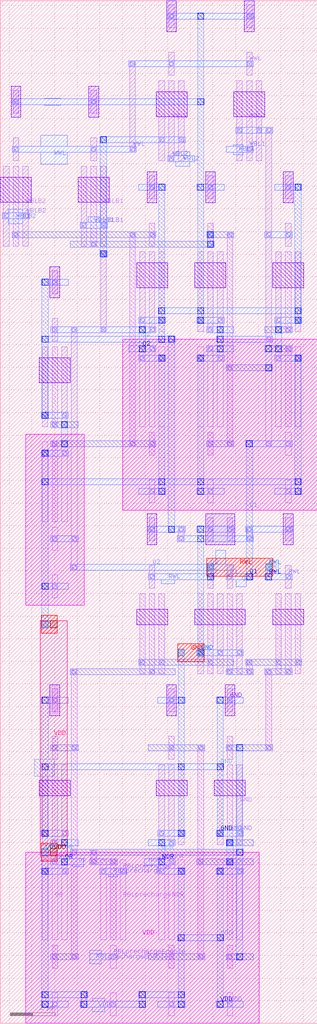
<source format=lef>
VERSION 5.7 ;

  DIVIDERCHAR "/" ;
  BUSBITCHARS "[]" ;
MACRO SRAMLOGIC
  CLASS BLOCK ;
  FOREIGN SRAMLOGIC ;
  ORIGIN -0.605 0.000 ;
  SIZE 14.015 BY 45.210 ;
  PIN WWL
    ANTENNAGATEAREA 1.008000 ;
    PORT
      LAYER li1 ;
        RECT 1.165 38.135 1.415 39.145 ;
        RECT 4.605 38.135 4.855 39.145 ;
        RECT 6.325 38.555 6.575 42.505 ;
        RECT 8.045 41.915 8.295 42.925 ;
        RECT 11.485 41.915 11.735 42.925 ;
      LAYER mcon ;
        RECT 6.365 42.335 6.535 42.505 ;
        RECT 1.205 38.555 1.375 38.725 ;
        RECT 4.645 38.555 4.815 38.725 ;
        RECT 8.085 42.335 8.255 42.505 ;
        RECT 11.525 42.335 11.695 42.505 ;
        RECT 6.365 38.555 6.535 38.725 ;
      LAYER met1 ;
        RECT 6.280 42.280 11.780 42.560 ;
        RECT 2.380 38.780 3.550 39.270 ;
        RECT 1.120 38.500 6.620 38.780 ;
        RECT 2.380 37.980 3.550 38.500 ;
    END
  END WWL
  PIN VDD
    ANTENNADIFFAREA 3.749200 ;
    PORT
      LAYER nwell ;
        RECT 1.720 18.480 4.300 26.040 ;
        RECT 6.020 22.680 14.620 30.240 ;
        RECT 11.000 22.670 12.420 22.680 ;
        RECT 1.720 0.000 12.040 7.560 ;
      LAYER li1 ;
        RECT 6.755 26.375 7.005 29.905 ;
        RECT 7.615 26.375 7.865 29.905 ;
        RECT 9.335 26.375 9.585 29.905 ;
        RECT 10.195 26.375 10.445 29.905 ;
        RECT 12.775 26.375 13.025 29.905 ;
        RECT 13.635 26.375 13.885 29.905 ;
        RECT 2.455 22.175 2.705 25.705 ;
        RECT 3.315 22.175 3.565 25.705 ;
        RECT 7.185 23.015 7.435 24.025 ;
        RECT 9.765 23.015 10.015 24.025 ;
        RECT 13.205 23.015 13.455 24.025 ;
        RECT 2.885 18.815 3.135 19.825 ;
        RECT 2.455 3.695 2.705 7.225 ;
        RECT 3.315 3.695 3.565 7.225 ;
        RECT 7.615 3.695 7.865 7.225 ;
        RECT 8.475 3.695 8.725 7.225 ;
        RECT 10.195 3.695 10.445 7.225 ;
        RECT 11.055 3.695 11.305 7.225 ;
        RECT 2.885 0.335 3.135 1.345 ;
        RECT 5.465 0.335 5.715 1.345 ;
        RECT 8.045 0.335 8.295 1.345 ;
        RECT 10.625 0.335 10.875 1.345 ;
      LAYER mcon ;
        RECT 6.795 29.315 6.965 29.485 ;
        RECT 7.655 29.315 7.825 29.485 ;
        RECT 9.375 29.315 9.545 29.485 ;
        RECT 10.235 29.315 10.405 29.485 ;
        RECT 12.815 29.315 12.985 29.485 ;
        RECT 13.675 29.315 13.845 29.485 ;
        RECT 2.495 25.115 2.665 25.285 ;
        RECT 3.355 25.115 3.525 25.285 ;
        RECT 7.225 23.435 7.395 23.605 ;
        RECT 9.805 23.435 9.975 23.605 ;
        RECT 13.245 23.435 13.415 23.605 ;
        RECT 2.925 19.235 3.095 19.405 ;
        RECT 2.495 6.635 2.665 6.805 ;
        RECT 3.355 6.635 3.525 6.805 ;
        RECT 7.655 6.635 7.825 6.805 ;
        RECT 8.515 6.635 8.685 6.805 ;
        RECT 10.235 6.635 10.405 6.805 ;
        RECT 11.095 6.635 11.265 6.805 ;
        RECT 2.925 0.755 3.095 0.925 ;
        RECT 5.505 0.755 5.675 0.925 ;
        RECT 8.085 0.755 8.255 0.925 ;
        RECT 10.665 0.755 10.835 0.925 ;
      LAYER met1 ;
        RECT 6.710 29.260 7.910 29.540 ;
        RECT 9.290 29.260 10.490 29.540 ;
        RECT 12.730 29.260 13.930 29.540 ;
        RECT 2.410 25.060 3.610 25.340 ;
        RECT 2.420 23.800 13.920 24.080 ;
        RECT 6.710 23.380 7.910 23.660 ;
        RECT 9.290 23.380 10.490 23.660 ;
        RECT 12.730 23.380 13.930 23.660 ;
        RECT 2.410 19.180 3.610 19.460 ;
        RECT 2.410 6.580 3.610 6.860 ;
        RECT 7.570 6.580 8.770 6.860 ;
        RECT 10.150 6.580 11.350 6.860 ;
        RECT 8.440 3.640 10.480 3.920 ;
        RECT 2.420 1.120 4.460 1.400 ;
        RECT 6.720 1.120 8.760 1.400 ;
        RECT 4.660 0.980 5.210 1.110 ;
        RECT 2.410 0.700 3.610 0.980 ;
        RECT 4.140 0.700 7.040 0.980 ;
        RECT 7.570 0.700 8.770 0.980 ;
        RECT 10.150 0.700 11.350 0.980 ;
        RECT 4.660 0.510 5.210 0.700 ;
      LAYER via ;
        RECT 7.610 29.270 7.870 29.530 ;
        RECT 9.330 29.270 9.590 29.530 ;
        RECT 13.630 29.270 13.890 29.530 ;
        RECT 2.450 25.070 2.710 25.330 ;
        RECT 2.450 23.810 2.710 24.070 ;
        RECT 7.610 23.810 7.870 24.070 ;
        RECT 9.330 23.810 9.590 24.070 ;
        RECT 13.630 23.810 13.890 24.070 ;
        RECT 7.610 23.390 7.870 23.650 ;
        RECT 9.330 23.390 9.590 23.650 ;
        RECT 13.630 23.390 13.890 23.650 ;
        RECT 2.450 19.190 2.710 19.450 ;
        RECT 2.450 6.590 2.710 6.850 ;
        RECT 8.470 6.590 8.730 6.850 ;
        RECT 10.190 6.590 10.450 6.850 ;
        RECT 8.470 3.650 8.730 3.910 ;
        RECT 10.190 3.650 10.450 3.910 ;
        RECT 2.450 1.130 2.710 1.390 ;
        RECT 4.170 1.130 4.430 1.390 ;
        RECT 6.750 1.130 7.010 1.390 ;
        RECT 8.470 1.130 8.730 1.390 ;
        RECT 2.450 0.710 2.710 0.970 ;
        RECT 4.170 0.710 4.430 0.970 ;
        RECT 6.750 0.710 7.010 0.970 ;
        RECT 8.470 0.710 8.730 0.970 ;
        RECT 10.190 0.710 10.450 0.970 ;
      LAYER met2 ;
        RECT 2.440 17.455 2.720 25.360 ;
        RECT 7.600 23.360 7.880 29.560 ;
        RECT 9.320 23.360 9.600 29.560 ;
        RECT 13.620 23.360 13.900 29.560 ;
        RECT 2.440 0.680 2.720 7.745 ;
        RECT 4.160 0.680 4.440 1.420 ;
        RECT 6.740 0.680 7.020 1.420 ;
        RECT 8.460 0.680 8.740 6.880 ;
        RECT 10.180 0.680 10.460 6.880 ;
      LAYER via2 ;
        RECT 2.440 17.500 2.720 17.780 ;
        RECT 2.440 7.420 2.720 7.700 ;
      LAYER met3 ;
        RECT 2.415 17.240 3.125 18.040 ;
        RECT 2.415 7.160 3.125 7.960 ;
      LAYER via3 ;
        RECT 2.800 17.480 3.120 17.800 ;
        RECT 2.800 7.400 3.120 7.720 ;
      LAYER met4 ;
        RECT 2.370 7.395 3.550 17.805 ;
    END
  END VDD
  PIN WBLB1
    ANTENNADIFFAREA 0.445200 ;
    PORT
      LAYER li1 ;
        RECT 4.175 34.355 4.425 37.885 ;
        RECT 5.035 34.355 5.285 37.885 ;
      LAYER mcon ;
        RECT 4.215 35.195 4.385 35.365 ;
        RECT 5.075 35.195 5.245 35.365 ;
      LAYER met1 ;
        RECT 4.490 35.420 5.040 35.650 ;
        RECT 4.130 35.140 5.330 35.420 ;
    END
  END WBLB1
  PIN WBL2
    ANTENNADIFFAREA 0.235200 ;
    PORT
      LAYER li1 ;
        RECT 8.045 38.135 8.295 41.665 ;
      LAYER mcon ;
        RECT 8.085 38.135 8.255 38.305 ;
      LAYER met1 ;
        RECT 8.350 38.360 8.970 38.520 ;
        RECT 8.000 38.080 9.200 38.360 ;
        RECT 8.350 37.900 8.970 38.080 ;
    END
  END WBL2
  PIN WBL1
    ANTENNADIFFAREA 0.235200 ;
    PORT
      LAYER li1 ;
        RECT 11.485 38.135 11.735 41.665 ;
      LAYER mcon ;
        RECT 11.525 38.555 11.695 38.725 ;
      LAYER met1 ;
        RECT 10.890 38.780 11.340 38.850 ;
        RECT 10.580 38.500 11.780 38.780 ;
        RECT 10.890 38.390 11.340 38.500 ;
    END
  END WBL1
  PIN WBLB2
    ANTENNADIFFAREA 0.445200 ;
    PORT
      LAYER li1 ;
        RECT 0.735 34.355 0.985 37.885 ;
        RECT 1.595 34.355 1.845 37.885 ;
      LAYER mcon ;
        RECT 0.775 35.615 0.945 35.785 ;
        RECT 1.635 35.615 1.805 35.785 ;
      LAYER met1 ;
        RECT 0.950 35.840 1.600 35.990 ;
        RECT 0.690 35.560 1.890 35.840 ;
        RECT 0.950 35.340 1.600 35.560 ;
    END
  END WBLB2
  PIN GND
    ANTENNADIFFAREA 5.644800 ;
    PORT
      LAYER pwell ;
        RECT 7.955 43.830 8.385 45.210 ;
        RECT 11.395 43.830 11.825 45.210 ;
        RECT 1.075 40.050 1.505 41.430 ;
        RECT 4.515 40.050 4.945 41.430 ;
        RECT 7.095 36.270 7.525 37.650 ;
        RECT 9.675 36.270 10.105 37.650 ;
        RECT 13.115 36.270 13.545 37.650 ;
        RECT 2.795 32.070 3.225 33.450 ;
        RECT 7.095 21.150 7.525 22.530 ;
        RECT 9.675 21.150 10.965 22.530 ;
        RECT 13.115 21.150 13.545 22.530 ;
        RECT 2.795 13.590 3.225 14.970 ;
        RECT 7.955 13.590 8.385 14.970 ;
        RECT 10.535 13.590 10.965 14.970 ;
      LAYER li1 ;
        RECT 8.045 44.015 8.295 45.025 ;
        RECT 11.485 44.015 11.735 45.025 ;
        RECT 1.165 40.235 1.415 41.245 ;
        RECT 4.605 40.235 4.855 41.245 ;
        RECT 7.185 36.455 7.435 37.465 ;
        RECT 9.765 36.455 10.015 37.465 ;
        RECT 13.205 36.455 13.455 37.465 ;
        RECT 2.885 32.255 3.135 33.265 ;
        RECT 6.755 30.575 7.005 34.105 ;
        RECT 7.615 30.575 7.865 34.105 ;
        RECT 9.335 30.575 9.585 34.105 ;
        RECT 10.195 30.575 10.445 34.105 ;
        RECT 12.775 30.575 13.025 34.105 ;
        RECT 13.635 30.575 13.885 34.105 ;
        RECT 2.455 26.375 2.705 29.905 ;
        RECT 3.315 26.375 3.565 29.905 ;
        RECT 7.185 21.335 7.435 22.345 ;
        RECT 8.475 21.335 8.725 21.925 ;
        RECT 9.765 21.335 10.015 22.345 ;
        RECT 10.625 21.335 10.875 22.345 ;
        RECT 11.485 21.335 11.735 21.925 ;
        RECT 13.205 21.335 13.455 22.345 ;
        RECT 9.335 15.455 9.585 18.985 ;
        RECT 10.195 15.455 10.445 18.985 ;
        RECT 11.055 15.455 11.305 18.985 ;
        RECT 2.885 13.775 3.135 14.785 ;
        RECT 8.045 13.775 8.295 14.785 ;
        RECT 10.625 13.775 10.875 14.785 ;
        RECT 2.455 7.895 2.705 11.425 ;
        RECT 3.315 7.895 3.565 11.425 ;
        RECT 7.615 7.895 7.865 11.425 ;
        RECT 8.475 7.895 8.725 11.425 ;
        RECT 10.195 7.895 10.445 11.425 ;
        RECT 11.055 7.895 11.305 11.425 ;
      LAYER mcon ;
        RECT 8.085 44.435 8.255 44.605 ;
        RECT 11.525 44.435 11.695 44.605 ;
        RECT 1.205 40.655 1.375 40.825 ;
        RECT 4.645 40.655 4.815 40.825 ;
        RECT 7.225 36.875 7.395 37.045 ;
        RECT 9.805 36.875 9.975 37.045 ;
        RECT 13.245 36.875 13.415 37.045 ;
        RECT 2.925 32.675 3.095 32.845 ;
        RECT 6.795 30.995 6.965 31.165 ;
        RECT 7.655 30.995 7.825 31.165 ;
        RECT 9.375 30.995 9.545 31.165 ;
        RECT 10.235 30.995 10.405 31.165 ;
        RECT 12.815 30.995 12.985 31.165 ;
        RECT 13.675 30.995 13.845 31.165 ;
        RECT 2.495 26.795 2.665 26.965 ;
        RECT 3.355 26.795 3.525 26.965 ;
        RECT 7.225 21.755 7.395 21.925 ;
        RECT 8.515 21.755 8.685 21.925 ;
        RECT 8.515 21.335 8.685 21.505 ;
        RECT 9.805 21.755 9.975 21.925 ;
        RECT 10.665 21.755 10.835 21.925 ;
        RECT 11.525 21.755 11.695 21.925 ;
        RECT 11.525 21.335 11.695 21.505 ;
        RECT 13.245 21.755 13.415 21.925 ;
        RECT 9.375 16.295 9.545 16.465 ;
        RECT 10.235 16.295 10.405 16.465 ;
        RECT 11.095 16.295 11.265 16.465 ;
        RECT 2.925 14.195 3.095 14.365 ;
        RECT 8.085 14.195 8.255 14.365 ;
        RECT 10.665 14.195 10.835 14.365 ;
        RECT 2.495 8.315 2.665 8.485 ;
        RECT 3.355 8.315 3.525 8.485 ;
        RECT 7.655 8.315 7.825 8.485 ;
        RECT 8.515 8.315 8.685 8.485 ;
        RECT 10.235 8.315 10.405 8.485 ;
        RECT 11.095 8.315 11.265 8.485 ;
      LAYER met1 ;
        RECT 8.000 44.380 11.780 44.660 ;
        RECT 2.550 40.880 3.280 40.890 ;
        RECT 1.120 40.600 9.620 40.880 ;
        RECT 2.550 40.590 3.280 40.600 ;
        RECT 6.710 36.820 7.910 37.100 ;
        RECT 9.290 36.820 10.490 37.100 ;
        RECT 12.730 36.820 13.930 37.100 ;
        RECT 2.410 32.620 3.610 32.900 ;
        RECT 7.580 31.360 13.920 31.640 ;
        RECT 6.710 30.940 7.910 31.220 ;
        RECT 9.290 30.940 10.490 31.220 ;
        RECT 12.730 30.940 13.930 31.220 ;
        RECT 2.420 30.100 8.330 30.380 ;
        RECT 2.410 26.740 3.610 27.020 ;
        RECT 7.140 21.700 8.770 21.980 ;
        RECT 9.290 21.700 10.920 21.980 ;
        RECT 11.440 21.700 13.500 21.980 ;
        RECT 8.430 21.280 11.780 21.560 ;
        RECT 9.290 16.240 11.350 16.520 ;
        RECT 2.410 14.140 3.610 14.420 ;
        RECT 7.570 14.140 8.770 14.420 ;
        RECT 10.150 14.140 11.350 14.420 ;
        RECT 2.420 11.200 10.480 11.480 ;
        RECT 2.410 8.260 3.610 8.540 ;
        RECT 7.570 8.260 8.770 8.540 ;
        RECT 10.150 8.260 11.350 8.540 ;
      LAYER via ;
        RECT 9.330 44.390 9.590 44.650 ;
        RECT 9.330 40.610 9.590 40.870 ;
        RECT 7.610 36.830 7.870 37.090 ;
        RECT 9.330 36.830 9.590 37.090 ;
        RECT 13.630 36.830 13.890 37.090 ;
        RECT 2.450 32.630 2.710 32.890 ;
        RECT 7.610 31.370 7.870 31.630 ;
        RECT 9.330 31.370 9.590 31.630 ;
        RECT 13.630 31.370 13.890 31.630 ;
        RECT 7.610 30.950 7.870 31.210 ;
        RECT 9.330 30.950 9.590 31.210 ;
        RECT 13.630 30.950 13.890 31.210 ;
        RECT 2.450 30.110 2.710 30.370 ;
        RECT 7.610 30.110 7.870 30.370 ;
        RECT 8.040 30.110 8.300 30.370 ;
        RECT 2.450 26.750 2.710 27.010 ;
        RECT 8.040 21.710 8.300 21.970 ;
        RECT 9.330 21.710 9.590 21.970 ;
        RECT 9.330 21.290 9.590 21.550 ;
        RECT 9.330 16.250 9.590 16.510 ;
        RECT 2.450 14.150 2.710 14.410 ;
        RECT 8.470 14.150 8.730 14.410 ;
        RECT 10.190 14.150 10.450 14.410 ;
        RECT 2.450 11.210 2.710 11.470 ;
        RECT 8.470 11.210 8.730 11.470 ;
        RECT 10.190 11.210 10.450 11.470 ;
        RECT 2.450 8.270 2.710 8.530 ;
        RECT 8.470 8.270 8.730 8.530 ;
        RECT 10.190 8.270 10.450 8.530 ;
      LAYER met2 ;
        RECT 2.440 26.720 2.720 32.920 ;
        RECT 7.600 30.080 7.880 37.120 ;
        RECT 9.320 30.920 9.600 44.680 ;
        RECT 13.620 30.920 13.900 37.120 ;
        RECT 8.030 21.680 8.310 30.400 ;
        RECT 2.440 11.670 2.720 14.440 ;
        RECT 2.090 10.930 2.990 11.670 ;
        RECT 2.440 8.240 2.720 10.930 ;
        RECT 8.460 8.240 8.740 16.565 ;
        RECT 9.320 16.195 9.600 22.000 ;
        RECT 10.180 8.240 10.460 14.440 ;
      LAYER via2 ;
        RECT 8.460 16.240 8.740 16.520 ;
        RECT 9.320 16.240 9.600 16.520 ;
      LAYER met3 ;
        RECT 8.435 15.980 9.625 16.780 ;
    END
  END GND
  PIN Q1
    ANTENNAGATEAREA 0.504000 ;
    ANTENNADIFFAREA 0.798000 ;
    PORT
      LAYER li1 ;
        RECT 11.055 38.135 11.305 41.665 ;
        RECT 11.915 38.135 12.165 41.665 ;
        RECT 9.765 30.575 10.015 34.105 ;
        RECT 9.765 26.375 10.015 29.905 ;
        RECT 12.345 25.535 12.595 39.565 ;
        RECT 13.205 34.355 13.455 35.365 ;
        RECT 13.205 25.115 13.455 26.125 ;
        RECT 10.625 19.235 10.875 20.245 ;
      LAYER mcon ;
        RECT 11.095 39.395 11.265 39.565 ;
        RECT 11.955 39.395 12.125 39.565 ;
        RECT 12.385 39.395 12.555 39.565 ;
        RECT 12.385 34.775 12.555 34.945 ;
        RECT 9.805 30.575 9.975 30.745 ;
        RECT 13.245 34.775 13.415 34.945 ;
        RECT 12.385 30.155 12.555 30.325 ;
        RECT 9.805 29.735 9.975 29.905 ;
        RECT 12.385 25.535 12.555 25.705 ;
        RECT 13.245 25.535 13.415 25.705 ;
        RECT 10.665 19.655 10.835 19.825 ;
      LAYER met1 ;
        RECT 11.010 39.340 12.640 39.620 ;
        RECT 12.300 34.720 13.500 35.000 ;
        RECT 9.720 30.520 10.920 30.800 ;
        RECT 10.160 30.100 12.640 30.380 ;
        RECT 9.720 29.680 10.920 29.960 ;
        RECT 11.450 25.480 13.500 25.760 ;
        RECT 10.580 19.600 11.780 19.880 ;
        RECT 11.030 19.300 11.480 19.600 ;
      LAYER via ;
        RECT 10.190 30.530 10.450 30.790 ;
        RECT 10.190 30.110 10.450 30.370 ;
        RECT 10.190 29.690 10.450 29.950 ;
        RECT 11.480 25.490 11.740 25.750 ;
        RECT 11.480 19.610 11.740 19.870 ;
      LAYER met2 ;
        RECT 10.180 29.660 10.460 30.820 ;
        RECT 11.470 19.580 11.750 25.780 ;
    END
  END Q1
  PIN Q2
    ANTENNAGATEAREA 0.504000 ;
    ANTENNADIFFAREA 0.798000 ;
    PORT
      LAYER li1 ;
        RECT 7.615 38.135 7.865 41.665 ;
        RECT 8.475 38.135 8.725 41.665 ;
        RECT 2.885 30.155 3.135 31.165 ;
        RECT 2.885 20.915 3.135 21.925 ;
        RECT 3.745 20.075 3.995 30.745 ;
        RECT 5.035 30.575 5.285 34.105 ;
        RECT 7.185 30.575 7.435 34.105 ;
        RECT 7.185 26.375 7.435 29.905 ;
        RECT 9.765 19.235 10.015 20.245 ;
      LAYER mcon ;
        RECT 7.655 38.975 7.825 39.145 ;
        RECT 8.515 38.975 8.685 39.145 ;
        RECT 5.075 33.935 5.245 34.105 ;
        RECT 2.925 30.575 3.095 30.745 ;
        RECT 3.785 30.575 3.955 30.745 ;
        RECT 5.075 30.575 5.245 30.745 ;
        RECT 7.225 30.575 7.395 30.745 ;
        RECT 2.925 21.335 3.095 21.505 ;
        RECT 7.225 29.735 7.395 29.905 ;
        RECT 3.785 21.335 3.955 21.505 ;
        RECT 3.785 20.075 3.955 20.245 ;
        RECT 9.805 20.075 9.975 20.245 ;
      LAYER met1 ;
        RECT 5.000 38.920 8.770 39.200 ;
        RECT 4.990 33.880 5.330 34.160 ;
        RECT 2.840 30.520 7.480 30.800 ;
        RECT 6.280 29.680 7.480 29.960 ;
        RECT 2.840 21.280 4.040 21.560 ;
        RECT 10.120 20.300 10.570 20.910 ;
        RECT 3.700 20.020 10.920 20.300 ;
      LAYER via ;
        RECT 5.030 38.930 5.290 39.190 ;
        RECT 5.030 33.890 5.290 34.150 ;
        RECT 6.750 30.530 7.010 30.790 ;
        RECT 6.750 29.690 7.010 29.950 ;
      LAYER met2 ;
        RECT 5.020 33.860 5.300 39.220 ;
        RECT 6.740 29.660 7.020 30.820 ;
    END
  END Q2
  PIN RWL
    ANTENNAGATEAREA 0.252000 ;
    PORT
      LAYER li1 ;
        RECT 7.185 19.235 7.435 20.245 ;
        RECT 13.205 19.235 13.455 20.245 ;
      LAYER mcon ;
        RECT 7.225 19.655 7.395 19.825 ;
        RECT 13.245 19.655 13.415 19.825 ;
      LAYER met1 ;
        RECT 7.140 19.600 10.050 19.880 ;
        RECT 12.300 19.600 13.500 19.880 ;
        RECT 7.710 19.430 8.320 19.600 ;
      LAYER via ;
        RECT 9.760 19.610 10.020 19.870 ;
        RECT 12.340 19.610 12.600 19.870 ;
      LAYER met2 ;
        RECT 9.750 19.580 10.030 20.345 ;
        RECT 12.330 19.580 12.610 20.345 ;
      LAYER via2 ;
        RECT 9.750 20.020 10.030 20.300 ;
        RECT 12.330 20.020 12.610 20.300 ;
      LAYER met3 ;
        RECT 9.725 19.760 12.635 20.560 ;
    END
  END RWL
  PIN RBLprechargeEnable
    ANTENNAGATEAREA 0.252000 ;
    PORT
      LAYER li1 ;
        RECT 5.465 2.435 5.715 3.445 ;
      LAYER mcon ;
        RECT 5.505 2.855 5.675 3.025 ;
      LAYER met1 ;
        RECT 4.550 3.080 5.070 3.220 ;
        RECT 4.550 2.800 5.760 3.080 ;
        RECT 4.550 2.620 5.070 2.800 ;
    END
  END RBLprechargeEnable
  PIN RBLprecharge
    ANTENNADIFFAREA 0.445200 ;
    PORT
      LAYER li1 ;
        RECT 5.035 3.695 5.285 7.225 ;
        RECT 5.895 3.695 6.145 7.225 ;
      LAYER mcon ;
        RECT 5.075 6.635 5.245 6.805 ;
        RECT 5.935 6.635 6.105 6.805 ;
      LAYER met1 ;
        RECT 4.990 6.580 6.190 6.860 ;
        RECT 5.380 6.470 5.800 6.580 ;
    END
  END RBLprecharge
  PIN NOR
    ANTENNADIFFAREA 0.352800 ;
    PORT
      LAYER li1 ;
        RECT 8.045 7.895 8.295 11.425 ;
        RECT 8.045 3.695 8.295 7.225 ;
      LAYER mcon ;
        RECT 8.085 7.895 8.255 8.065 ;
        RECT 8.085 7.055 8.255 7.225 ;
      LAYER met1 ;
        RECT 7.140 7.840 8.340 8.120 ;
        RECT 6.960 7.000 8.340 7.280 ;
        RECT 6.960 6.960 7.330 7.000 ;
      LAYER via ;
        RECT 7.610 7.850 7.870 8.110 ;
        RECT 7.610 7.010 7.870 7.270 ;
      LAYER met2 ;
        RECT 7.600 6.980 7.880 8.140 ;
    END
  END NOR
  PIN OR
    ANTENNADIFFAREA 0.352800 ;
    PORT
      LAYER li1 ;
        RECT 2.885 7.895 3.135 11.425 ;
        RECT 2.885 3.695 3.135 7.225 ;
      LAYER mcon ;
        RECT 2.925 7.895 3.095 8.065 ;
        RECT 2.925 7.055 3.095 7.225 ;
      LAYER met1 ;
        RECT 2.840 7.840 4.040 8.120 ;
        RECT 2.840 7.000 4.290 7.280 ;
        RECT 3.810 6.930 4.290 7.000 ;
      LAYER via ;
        RECT 3.310 7.850 3.570 8.110 ;
        RECT 3.310 7.010 3.570 7.270 ;
      LAYER met2 ;
        RECT 3.300 6.980 3.580 8.140 ;
    END
  END OR
  OBS
      LAYER pwell ;
        RECT 7.485 40.085 8.855 41.185 ;
        RECT 10.925 40.085 12.295 41.185 ;
        RECT 0.605 36.305 1.975 37.405 ;
        RECT 4.045 36.305 5.415 37.405 ;
        RECT 6.625 32.525 7.995 33.625 ;
        RECT 9.205 32.525 10.575 33.625 ;
        RECT 12.645 32.525 14.015 33.625 ;
        RECT 2.325 28.325 3.695 29.425 ;
        RECT 6.625 17.615 7.995 18.295 ;
        RECT 9.205 17.615 11.435 18.295 ;
        RECT 12.645 17.615 14.015 18.295 ;
        RECT 2.325 10.055 3.695 10.735 ;
        RECT 7.485 10.055 8.855 10.735 ;
        RECT 10.065 10.055 11.435 10.735 ;
      LAYER li1 ;
        RECT 1.165 34.355 1.415 37.885 ;
        RECT 4.605 34.355 4.855 37.885 ;
        RECT 2.885 26.375 3.135 29.905 ;
        RECT 2.885 22.175 3.135 25.705 ;
        RECT 6.325 25.535 6.575 34.945 ;
        RECT 7.185 34.355 7.435 35.365 ;
        RECT 9.765 34.355 10.015 35.365 ;
        RECT 7.185 25.115 7.435 26.125 ;
        RECT 9.765 25.115 10.015 26.125 ;
        RECT 10.625 25.535 10.875 34.945 ;
        RECT 13.205 30.575 13.455 34.105 ;
        RECT 13.205 26.375 13.455 29.905 ;
        RECT 2.885 11.675 3.135 12.685 ;
        RECT 2.885 2.435 3.135 3.445 ;
        RECT 3.745 2.855 3.995 15.625 ;
        RECT 6.755 15.455 7.005 18.985 ;
        RECT 7.185 15.455 7.435 18.985 ;
        RECT 7.615 15.455 7.865 18.985 ;
        RECT 9.765 15.455 10.015 18.985 ;
        RECT 10.625 15.455 10.875 18.985 ;
        RECT 11.485 15.455 11.735 16.045 ;
        RECT 8.045 11.675 8.295 12.685 ;
        RECT 4.605 7.055 4.855 7.645 ;
        RECT 5.465 3.695 5.715 7.225 ;
        RECT 8.045 2.435 8.295 3.445 ;
        RECT 9.335 2.855 9.585 12.265 ;
        RECT 10.625 11.675 10.875 12.685 ;
        RECT 12.345 12.095 12.595 15.625 ;
        RECT 12.775 15.455 13.025 18.985 ;
        RECT 13.205 15.455 13.455 18.985 ;
        RECT 13.635 15.455 13.885 18.985 ;
        RECT 10.625 7.895 10.875 11.425 ;
        RECT 10.625 3.695 10.875 7.225 ;
        RECT 10.625 2.435 10.875 3.445 ;
      LAYER mcon ;
        RECT 1.205 34.775 1.375 34.945 ;
        RECT 4.645 34.355 4.815 34.525 ;
        RECT 6.365 34.775 6.535 34.945 ;
        RECT 2.925 26.375 3.095 26.545 ;
        RECT 7.225 34.775 7.395 34.945 ;
        RECT 9.805 34.775 9.975 34.945 ;
        RECT 10.665 34.775 10.835 34.945 ;
        RECT 13.245 30.575 13.415 30.745 ;
        RECT 10.665 28.895 10.835 29.065 ;
        RECT 2.925 25.535 3.095 25.705 ;
        RECT 6.365 25.535 6.535 25.705 ;
        RECT 7.225 25.535 7.395 25.705 ;
        RECT 9.805 25.535 9.975 25.705 ;
        RECT 13.245 29.735 13.415 29.905 ;
        RECT 10.665 25.535 10.835 25.705 ;
        RECT 6.795 15.875 6.965 16.045 ;
        RECT 3.785 15.455 3.955 15.625 ;
        RECT 7.225 15.455 7.395 15.625 ;
        RECT 7.655 15.875 7.825 16.045 ;
        RECT 9.805 15.875 9.975 16.045 ;
        RECT 10.665 15.455 10.835 15.625 ;
        RECT 11.525 15.875 11.695 16.045 ;
        RECT 12.815 15.875 12.985 16.045 ;
        RECT 11.525 15.455 11.695 15.625 ;
        RECT 12.385 15.455 12.555 15.625 ;
        RECT 13.245 15.455 13.415 15.625 ;
        RECT 13.675 15.875 13.845 16.045 ;
        RECT 2.925 12.095 3.095 12.265 ;
        RECT 3.785 12.095 3.955 12.265 ;
        RECT 8.085 12.095 8.255 12.265 ;
        RECT 9.375 12.095 9.545 12.265 ;
        RECT 3.785 7.475 3.955 7.645 ;
        RECT 2.925 2.855 3.095 3.025 ;
        RECT 4.645 7.475 4.815 7.645 ;
        RECT 10.665 12.095 10.835 12.265 ;
        RECT 12.385 12.095 12.555 12.265 ;
        RECT 10.665 7.895 10.835 8.065 ;
        RECT 4.645 7.055 4.815 7.225 ;
        RECT 5.505 7.055 5.675 7.225 ;
        RECT 9.375 7.055 9.545 7.225 ;
        RECT 3.785 2.855 3.955 3.025 ;
        RECT 8.085 2.855 8.255 3.025 ;
        RECT 10.665 7.055 10.835 7.225 ;
        RECT 9.375 2.855 9.545 3.025 ;
        RECT 10.665 2.855 10.835 3.025 ;
      LAYER met1 ;
        RECT 1.120 34.720 7.480 35.000 ;
        RECT 9.720 34.720 10.920 35.000 ;
        RECT 3.700 34.300 10.050 34.580 ;
        RECT 12.300 30.520 13.500 30.800 ;
        RECT 12.300 29.680 13.500 29.960 ;
        RECT 10.580 28.840 12.630 29.120 ;
        RECT 2.840 26.320 4.040 26.600 ;
        RECT 2.840 25.480 7.480 25.760 ;
        RECT 9.720 25.480 10.920 25.760 ;
        RECT 6.710 15.820 10.920 16.100 ;
        RECT 11.440 15.820 13.930 16.100 ;
        RECT 3.700 15.400 8.340 15.680 ;
        RECT 10.580 15.400 11.780 15.680 ;
        RECT 12.300 15.400 13.500 15.680 ;
        RECT 2.840 12.040 4.040 12.320 ;
        RECT 7.140 12.040 9.630 12.320 ;
        RECT 10.580 12.040 12.640 12.320 ;
        RECT 10.580 7.840 11.780 8.120 ;
        RECT 3.700 7.420 11.340 7.700 ;
        RECT 4.560 7.000 5.760 7.280 ;
        RECT 9.290 7.000 11.780 7.280 ;
        RECT 2.840 2.800 4.040 3.080 ;
        RECT 7.140 2.800 9.630 3.080 ;
        RECT 10.580 2.800 11.780 3.080 ;
      LAYER via ;
        RECT 9.760 34.730 10.020 34.990 ;
        RECT 9.760 34.310 10.020 34.570 ;
        RECT 12.770 30.530 13.030 30.790 ;
        RECT 12.340 29.690 12.600 29.950 ;
        RECT 12.770 29.690 13.030 29.950 ;
        RECT 12.340 28.850 12.600 29.110 ;
        RECT 3.310 26.330 3.570 26.590 ;
        RECT 3.310 25.490 3.570 25.750 ;
        RECT 11.050 12.050 11.310 12.310 ;
        RECT 10.620 7.850 10.880 8.110 ;
        RECT 11.050 7.430 11.310 7.690 ;
        RECT 10.620 7.010 10.880 7.270 ;
        RECT 11.050 2.810 11.310 3.070 ;
      LAYER met2 ;
        RECT 9.750 34.280 10.030 35.020 ;
        RECT 12.330 28.820 12.610 29.980 ;
        RECT 12.760 29.660 13.040 30.820 ;
        RECT 3.300 25.460 3.580 26.620 ;
        RECT 10.610 6.980 10.890 8.140 ;
        RECT 11.040 2.780 11.320 12.340 ;
  END
END SRAMLOGIC
END LIBRARY


</source>
